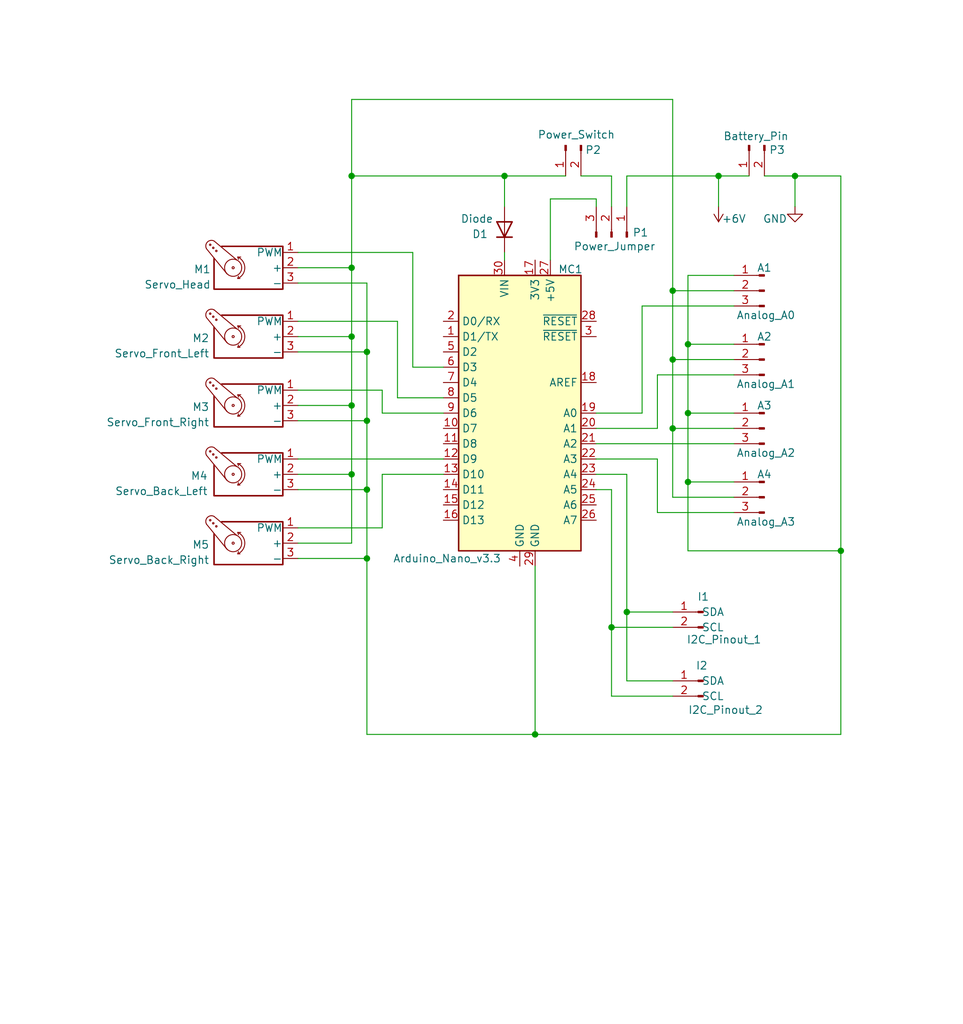
<source format=kicad_sch>
(kicad_sch (version 20231120) (generator "eeschema") (generator_version "8.0")
  (paper "User" 160 170)
  (title_block (title "Krabbler_2024") (date "2024-07-08") (rev "24.1") (company "HSMA - Autonome Mobile Roboter") (comment 1 "Maximilian Kühn"))
  (lib_symbols
    (symbol "Analog_Pinout_1" (pin_names (offset 1.016) hide)
      (property "Reference" "J2" (at 0 3.81 0))
      (property "Value" "Analog_A0" (at -0.254 -4.064 0))
      (symbol "Analog_Pinout_1_1_1"
        (polyline (pts (xy 1.27 -2.54) (xy 0.8636 -2.54)) (stroke (width 0.1524)))
        (polyline (pts (xy 1.27 0) (xy 0.8636 0)) (stroke (width 0.1524)))
        (polyline (pts (xy 1.27 2.54) (xy 0.8636 2.54)) (stroke (width 0.1524)))
        (rectangle (start 0.8636 -2.413) (end 0 -2.667) (stroke (width 0.1524)) (fill (type outline)))
        (rectangle (start 0.8636 0.127) (end 0 -0.127) (stroke (width 0.1524)) (fill (type outline)))
        (rectangle (start 0.8636 2.667) (end 0 2.413) (stroke (width 0.1524)) (fill (type outline)))
        (pin passive line (at 5.08 2.54 180) (length 3.81) (name "-") (number "1"))
        (pin passive line (at 5.08 0 180) (length 3.81) (name "+") (number "2"))
        (pin passive line (at 5.08 -2.54 180) (length 3.81) (name "data") (number "3"))
      )
    )
    (symbol "Connector:Conn_01x02_Pin" (pin_names (offset 1.016) hide)
      (property "Reference" "J" (at 0 2.54 0))
      (property "Value" "Conn_01x02_Pin" (at 0 -5.08 0))
      (symbol "Conn_01x02_Pin_1_1"
        (polyline (pts (xy 1.27 -2.54) (xy 0.8636 -2.54)) (stroke (width 0.1524)))
        (polyline (pts (xy 1.27 0) (xy 0.8636 0)) (stroke (width 0.1524)))
        (rectangle (start 0.8636 -2.413) (end 0 -2.667) (stroke (width 0.1524)) (fill (type outline)))
        (rectangle (start 0.8636 0.127) (end 0 -0.127) (stroke (width 0.1524)) (fill (type outline)))
        (pin passive line (at 5.08 0 180) (length 3.81) (name "Pin_1") (number "1"))
        (pin passive line (at 5.08 -2.54 180) (length 3.81) (name "Pin_2") (number "2"))
      )
    )
    (symbol "Device:D" (pin_numbers hide) (pin_names (offset 1.016) hide)
      (property "Reference" "D" (at 0 2.54 0))
      (property "Value" "D" (at 0 -2.54 0))
      (symbol "D_0_1"
        (polyline (pts (xy -1.27 1.27) (xy -1.27 -1.27)) (stroke (width 0.254)))
        (polyline (pts (xy 1.27 0) (xy -1.27 0)))
        (polyline (pts (xy 1.27 1.27) (xy 1.27 -1.27) (xy -1.27 0) (xy 1.27 1.27)) (stroke (width 0.254)))
      )
      (symbol "D_1_1"
        (pin passive line (at -3.81 0 0) (length 2.54) (name "K") (number "1"))
        (pin passive line (at 3.81 0 180) (length 2.54) (name "A") (number "2"))
      )
    )
    (symbol "MCU_Module:Arduino_Nano_v3.x"
      (property "Reference" "A" (at -10.16 23.495 0))
      (property "Value" "Arduino_Nano_v3.x" (at 5.08 -24.13 0))
      (symbol "Arduino_Nano_v3.x_0_1"
        (rectangle (start -10.16 22.86) (end 10.16 -22.86) (stroke (width 0.254)) (fill (type background)))
      )
      (symbol "Arduino_Nano_v3.x_1_1"
        (pin bidirectional line (at -12.7 12.7 0) (length 2.54) (name "D1/TX") (number "1"))
        (pin bidirectional line (at -12.7 -2.54 0) (length 2.54) (name "D7") (number "10"))
        (pin bidirectional line (at -12.7 -5.08 0) (length 2.54) (name "D8") (number "11"))
        (pin bidirectional line (at -12.7 -7.62 0) (length 2.54) (name "D9") (number "12"))
        (pin bidirectional line (at -12.7 -10.16 0) (length 2.54) (name "D10") (number "13"))
        (pin bidirectional line (at -12.7 -12.7 0) (length 2.54) (name "D11") (number "14"))
        (pin bidirectional line (at -12.7 -15.24 0) (length 2.54) (name "D12") (number "15"))
        (pin bidirectional line (at -12.7 -17.78 0) (length 2.54) (name "D13") (number "16"))
        (pin power_out line (at 2.54 25.4 270) (length 2.54) (name "3V3") (number "17"))
        (pin input line (at 12.7 5.08 180) (length 2.54) (name "AREF") (number "18"))
        (pin bidirectional line (at 12.7 0 180) (length 2.54) (name "A0") (number "19"))
        (pin bidirectional line (at -12.7 15.24 0) (length 2.54) (name "D0/RX") (number "2"))
        (pin bidirectional line (at 12.7 -2.54 180) (length 2.54) (name "A1") (number "20"))
        (pin bidirectional line (at 12.7 -5.08 180) (length 2.54) (name "A2") (number "21"))
        (pin bidirectional line (at 12.7 -7.62 180) (length 2.54) (name "A3") (number "22"))
        (pin bidirectional line (at 12.7 -10.16 180) (length 2.54) (name "A4") (number "23"))
        (pin bidirectional line (at 12.7 -12.7 180) (length 2.54) (name "A5") (number "24"))
        (pin bidirectional line (at 12.7 -15.24 180) (length 2.54) (name "A6") (number "25"))
        (pin bidirectional line (at 12.7 -17.78 180) (length 2.54) (name "A7") (number "26"))
        (pin power_out line (at 5.08 25.4 270) (length 2.54) (name "+5V") (number "27"))
        (pin input line (at 12.7 15.24 180) (length 2.54) (name "~{RESET}") (number "28"))
        (pin power_in line (at 2.54 -25.4 90) (length 2.54) (name "GND") (number "29"))
        (pin input line (at 12.7 12.7 180) (length 2.54) (name "~{RESET}") (number "3"))
        (pin power_in line (at -2.54 25.4 270) (length 2.54) (name "VIN") (number "30"))
        (pin power_in line (at 0 -25.4 90) (length 2.54) (name "GND") (number "4"))
        (pin bidirectional line (at -12.7 10.16 0) (length 2.54) (name "D2") (number "5"))
        (pin bidirectional line (at -12.7 7.62 0) (length 2.54) (name "D3") (number "6"))
        (pin bidirectional line (at -12.7 5.08 0) (length 2.54) (name "D4") (number "7"))
        (pin bidirectional line (at -12.7 2.54 0) (length 2.54) (name "D5") (number "8"))
        (pin bidirectional line (at -12.7 0 0) (length 2.54) (name "D6") (number "9"))
      )
    )
    (symbol "Motor:Motor_Servo" (pin_names (offset 0.0254))
      (property "Reference" "M" (at -5.08 4.445 0))
      (property "Value" "Motor_Servo" (at -5.08 -4.064 0))
      (symbol "Motor_Servo_0_1"
        (polyline (pts (xy 2.413 -1.778) (xy 2.032 -1.778)))
        (polyline (pts (xy 2.413 -1.778) (xy 2.286 -1.397)))
        (polyline (pts (xy 2.413 1.778) (xy 1.905 1.778)))
        (polyline (pts (xy 2.413 1.778) (xy 2.286 1.397)))
        (polyline (pts (xy 6.35 4.445) (xy 2.54 1.27)))
        (polyline (pts (xy 7.62 3.175) (xy 4.191 -1.016)))
        (polyline (pts (xy 5.08 3.556) (xy -5.08 3.556) (xy -5.08 -3.556) (xy 6.35 -3.556) (xy 6.35 1.524)) (stroke (width 0.254)))
        (arc (start 2.413 1.778) (mid 1.2406 0) (end 2.413 -1.778))
        (circle (center 3.175 0) (radius 0.1778))
        (circle (center 3.175 0) (radius 1.4224))
        (circle (center 5.969 2.794) (radius 0.127))
        (circle (center 6.477 3.302) (radius 0.127))
        (circle (center 6.985 3.81) (radius 0.127))
        (arc (start 7.62 3.175) (mid 7.4485 4.2735) (end 6.35 4.445))
      )
      (symbol "Motor_Servo_1_1"
        (pin passive line (at -7.62 2.54 0) (length 2.54) (name "PWM") (number "1"))
        (pin passive line (at -7.62 0 0) (length 2.54) (name "+") (number "2"))
        (pin passive line (at -7.62 -2.54 0) (length 2.54) (name "-") (number "3"))
      )
    )
    (symbol "_custom:I2C_Pinout" (pin_names (offset 1.016))
      (property "Reference" "J" (at 0 2.54 0))
      (property "Value" "I2C_Pinout" (at 0 -5.08 0))
      (symbol "I2C_Pinout_1_1"
        (polyline (pts (xy 1.27 -2.54) (xy 0.8636 -2.54)) (stroke (width 0.1524)))
        (polyline (pts (xy 1.27 0) (xy 0.8636 0)) (stroke (width 0.1524)))
        (rectangle (start 0.8636 -2.413) (end 0 -2.667) (stroke (width 0.1524)) (fill (type outline)))
        (rectangle (start 0.8636 0.127) (end 0 -0.127) (stroke (width 0.1524)) (fill (type outline)))
        (pin passive line (at 5.08 0 180) (length 3.81) (name "SDA") (number "1"))
        (pin passive line (at 5.08 -2.54 180) (length 3.81) (name "SCL") (number "2"))
      )
    )
    (symbol "power:+6V" (power) (pin_numbers hide) (pin_names (offset 0) hide)
      (property "Value" "+6V" (at 0 3.556 0))
      (symbol "+6V_0_1"
        (polyline (pts (xy -0.762 1.27) (xy 0 2.54)))
        (polyline (pts (xy 0 0) (xy 0 2.54)))
        (polyline (pts (xy 0 2.54) (xy 0.762 1.27)))
      )
      (symbol "+6V_1_1"
        (pin power_in line (at 0 0 90) (length 0) (name "~") (number "1"))
      )
    )
    (symbol "power:GND" (power) (pin_numbers hide) (pin_names (offset 0) hide)
      (property "Value" "GND" (at 0 -3.81 0))
      (symbol "GND_0_1"
        (polyline (pts (xy 0 0) (xy 0 -1.27) (xy 1.27 -1.27) (xy 0 -2.54) (xy -1.27 -1.27) (xy 0 -1.27)))
      )
      (symbol "GND_1_1"
        (pin power_in line (at 0 0 270) (length 0) (name "~") (number "1"))
      )
    )
  )
  (junction (at 139.7 91.44))
  (junction (at 111.76 71.12))
  (junction (at 88.9 121.92))
  (junction (at 114.3 57.15))
  (junction (at 60.96 69.85))
  (junction (at 58.42 67.31))
  (junction (at 58.42 44.45))
  (junction (at 101.6 104.14))
  (junction (at 119.38 29.21))
  (junction (at 58.42 78.74))
  (junction (at 111.76 48.26))
  (junction (at 132.08 29.21))
  (junction (at 114.3 80.01))
  (junction (at 58.42 29.21))
  (junction (at 114.3 68.58))
  (junction (at 104.14 101.6))
  (junction (at 60.96 92.71))
  (junction (at 111.76 59.69))
  (junction (at 83.82 29.21))
  (junction (at 58.42 55.88))
  (junction (at 60.96 58.42))
  (junction (at 60.96 81.28))
  (wire (pts (xy 114.3 57.15) (xy 114.3 68.58)))
  (wire (pts (xy 114.3 45.72) (xy 114.3 57.15)))
  (wire (pts (xy 109.22 62.23) (xy 121.92 62.23)))
  (wire (pts (xy 58.42 44.45) (xy 58.42 55.88)))
  (wire (pts (xy 111.76 71.12) (xy 111.76 82.55)))
  (wire (pts (xy 101.6 29.21) (xy 101.6 34.29)))
  (wire (pts (xy 121.92 57.15) (xy 114.3 57.15)))
  (wire (pts (xy 49.53 44.45) (xy 58.42 44.45)))
  (wire (pts (xy 109.22 76.2) (xy 109.22 85.09)))
  (wire (pts (xy 83.82 41.91) (xy 83.82 43.18)))
  (wire (pts (xy 121.92 71.12) (xy 111.76 71.12)))
  (wire (pts (xy 139.7 29.21) (xy 139.7 91.44)))
  (wire (pts (xy 127 29.21) (xy 132.08 29.21)))
  (wire (pts (xy 58.42 67.31) (xy 58.42 78.74)))
  (wire (pts (xy 111.76 16.51) (xy 111.76 48.26)))
  (wire (pts (xy 49.53 92.71) (xy 60.96 92.71)))
  (wire (pts (xy 91.44 33.02) (xy 91.44 43.18)))
  (wire (pts (xy 60.96 92.71) (xy 60.96 121.92)))
  (wire (pts (xy 58.42 78.74) (xy 58.42 90.17)))
  (wire (pts (xy 121.92 80.01) (xy 114.3 80.01)))
  (wire (pts (xy 60.96 121.92) (xy 88.9 121.92)))
  (wire (pts (xy 58.42 16.51) (xy 111.76 16.51)))
  (wire (pts (xy 121.92 85.09) (xy 109.22 85.09)))
  (wire (pts (xy 83.82 29.21) (xy 83.82 34.29)))
  (wire (pts (xy 49.53 90.17) (xy 58.42 90.17)))
  (wire (pts (xy 114.3 91.44) (xy 139.7 91.44)))
  (wire (pts (xy 49.53 64.77) (xy 63.5 64.77)))
  (wire (pts (xy 66.04 53.34) (xy 66.04 66.04)))
  (wire (pts (xy 104.14 78.74) (xy 104.14 101.6)))
  (wire (pts (xy 49.53 55.88) (xy 58.42 55.88)))
  (wire (pts (xy 132.08 29.21) (xy 139.7 29.21)))
  (wire (pts (xy 49.53 87.63) (xy 63.5 87.63)))
  (wire (pts (xy 106.68 68.58) (xy 99.06 68.58)))
  (wire (pts (xy 119.38 29.21) (xy 119.38 34.29)))
  (wire (pts (xy 68.58 60.96) (xy 73.66 60.96)))
  (wire (pts (xy 60.96 58.42) (xy 60.96 69.85)))
  (wire (pts (xy 49.53 53.34) (xy 66.04 53.34)))
  (wire (pts (xy 88.9 121.92) (xy 139.7 121.92)))
  (wire (pts (xy 121.92 82.55) (xy 111.76 82.55)))
  (wire (pts (xy 63.5 87.63) (xy 63.5 78.74)))
  (wire (pts (xy 49.53 78.74) (xy 58.42 78.74)))
  (wire (pts (xy 104.14 101.6) (xy 111.76 101.6)))
  (wire (pts (xy 63.5 68.58) (xy 73.66 68.58)))
  (wire (pts (xy 111.76 115.57) (xy 101.6 115.57)))
  (wire (pts (xy 60.96 81.28) (xy 60.96 92.71)))
  (wire (pts (xy 63.5 78.74) (xy 73.66 78.74)))
  (wire (pts (xy 101.6 104.14) (xy 101.6 115.57)))
  (wire (pts (xy 49.53 69.85) (xy 60.96 69.85)))
  (wire (pts (xy 58.42 55.88) (xy 58.42 67.31)))
  (wire (pts (xy 121.92 68.58) (xy 114.3 68.58)))
  (wire (pts (xy 60.96 46.99) (xy 60.96 58.42)))
  (wire (pts (xy 101.6 81.28) (xy 101.6 104.14)))
  (wire (pts (xy 49.53 67.31) (xy 58.42 67.31)))
  (wire (pts (xy 101.6 104.14) (xy 111.76 104.14)))
  (wire (pts (xy 58.42 16.51) (xy 58.42 29.21)))
  (wire (pts (xy 104.14 29.21) (xy 119.38 29.21)))
  (wire (pts (xy 101.6 81.28) (xy 99.06 81.28)))
  (wire (pts (xy 66.04 66.04) (xy 73.66 66.04)))
  (wire (pts (xy 99.06 71.12) (xy 109.22 71.12)))
  (wire (pts (xy 111.76 59.69) (xy 111.76 71.12)))
  (wire (pts (xy 114.3 80.01) (xy 114.3 91.44)))
  (wire (pts (xy 111.76 113.03) (xy 104.14 113.03)))
  (wire (pts (xy 88.9 93.98) (xy 88.9 121.92)))
  (wire (pts (xy 111.76 48.26) (xy 111.76 59.69)))
  (wire (pts (xy 132.08 29.21) (xy 132.08 34.29)))
  (wire (pts (xy 121.92 59.69) (xy 111.76 59.69)))
  (wire (pts (xy 104.14 29.21) (xy 104.14 34.29)))
  (wire (pts (xy 96.52 29.21) (xy 101.6 29.21)))
  (wire (pts (xy 68.58 41.91) (xy 68.58 60.96)))
  (wire (pts (xy 121.92 48.26) (xy 111.76 48.26)))
  (wire (pts (xy 83.82 29.21) (xy 93.98 29.21)))
  (wire (pts (xy 99.06 73.66) (xy 121.92 73.66)))
  (wire (pts (xy 119.38 29.21) (xy 124.46 29.21)))
  (wire (pts (xy 91.44 33.02) (xy 99.06 33.02)))
  (wire (pts (xy 49.53 76.2) (xy 73.66 76.2)))
  (wire (pts (xy 106.68 50.8) (xy 121.92 50.8)))
  (wire (pts (xy 58.42 29.21) (xy 83.82 29.21)))
  (wire (pts (xy 104.14 101.6) (xy 104.14 113.03)))
  (wire (pts (xy 63.5 64.77) (xy 63.5 68.58)))
  (wire (pts (xy 49.53 81.28) (xy 60.96 81.28)))
  (wire (pts (xy 99.06 76.2) (xy 109.22 76.2)))
  (wire (pts (xy 49.53 41.91) (xy 68.58 41.91)))
  (wire (pts (xy 60.96 69.85) (xy 60.96 81.28)))
  (wire (pts (xy 109.22 62.23) (xy 109.22 71.12)))
  (wire (pts (xy 49.53 46.99) (xy 60.96 46.99)))
  (wire (pts (xy 114.3 68.58) (xy 114.3 80.01)))
  (wire (pts (xy 99.06 78.74) (xy 104.14 78.74)))
  (wire (pts (xy 139.7 91.44) (xy 139.7 121.92)))
  (wire (pts (xy 49.53 58.42) (xy 60.96 58.42)))
  (wire (pts (xy 106.68 68.58) (xy 106.68 50.8)))
  (wire (pts (xy 99.06 33.02) (xy 99.06 34.29)))
  (wire (pts (xy 58.42 29.21) (xy 58.42 44.45)))
  (wire (pts (xy 121.92 45.72) (xy 114.3 45.72)))
  (symbol (lib_name "Analog_Pinout_1") (lib_id "_custom:Analog_Pinout") (at 127 71.12 0) (mirror y) (unit 1)
    (property "Reference" "A3" (at 127 67.31 0))
    (property "Value" "Analog_A2" (at 127.254 75.184 0))
    (property "Footprint" "Connector_PinHeader_2.54mm:PinHeader_1x03_P2.54mm_Vertical" (effects (hide yes)))
    (property "Description" "Generic connector, single row, 01x03, script generated" (effects (hide yes)))
  )
  (symbol (lib_id "Motor:Motor_Servo") (at 41.91 55.88 0) (mirror y) (unit 1)
    (property "Reference" "M2" (at 34.798 56.134 0) (effects (justify left)))
    (property "Value" "Servo_Front_Left" (at 34.798 58.674 0) (effects (justify left)))
    (property "Footprint" "Connector_PinHeader_2.54mm:PinHeader_1x03_P2.54mm_Vertical" (effects (hide yes)))
    (property "Datasheet" "http://forums.parallax.com/uploads/attachments/46831/74481.png" (effects (hide yes)))
    (property "Description" "Servo Motor (Futaba, HiTec, JR connector)" (effects (hide yes)))
  )
  (symbol (lib_id "Motor:Motor_Servo") (at 41.91 90.17 0) (mirror y) (unit 1)
    (property "Reference" "M5" (at 34.798 90.424 0) (effects (justify left)))
    (property "Value" "Servo_Back_Right" (at 34.798 92.964 0) (effects (justify left)))
    (property "Footprint" "Connector_PinHeader_2.54mm:PinHeader_1x03_P2.54mm_Vertical" (effects (hide yes)))
    (property "Datasheet" "http://forums.parallax.com/uploads/attachments/46831/74481.png" (effects (hide yes)))
    (property "Description" "Servo Motor (Futaba, HiTec, JR connector)" (effects (hide yes)))
  )
  (symbol (lib_name "Analog_Pinout_1") (lib_id "_custom:Analog_Pinout") (at 101.6 39.37 270) (mirror x) (unit 1)
    (property "Reference" "P1" (at 106.426 38.608 90))
    (property "Value" "Power_Jumper" (at 102.108 40.894 90))
    (property "Footprint" "Connector_PinHeader_2.54mm:PinHeader_1x03_P2.54mm_Vertical" (effects (hide yes)))
    (property "Description" "Generic connector, single row, 01x03, script generated" (effects (hide yes)))
  )
  (symbol (lib_id "Motor:Motor_Servo") (at 41.91 67.31 0) (mirror y) (unit 1)
    (property "Reference" "M3" (at 34.798 67.564 0) (effects (justify left)))
    (property "Value" "Servo_Front_Right" (at 34.798 70.104 0) (effects (justify left)))
    (property "Footprint" "Connector_PinHeader_2.54mm:PinHeader_1x03_P2.54mm_Vertical" (effects (hide yes)))
    (property "Datasheet" "http://forums.parallax.com/uploads/attachments/46831/74481.png" (effects (hide yes)))
    (property "Description" "Servo Motor (Futaba, HiTec, JR connector)" (effects (hide yes)))
  )
  (symbol (lib_id "Device:D") (at 83.82 38.1 90) (unit 1)
    (property "Reference" "D1" (at 79.756 38.862 90))
    (property "Value" "Diode" (at 79.248 36.322 90))
    (property "Footprint" "Diode_THT:D_DO-41_SOD81_P10.16mm_Horizontal" (effects (hide yes)))
    (property "Description" "Diode" (effects (hide yes)))
    (property "Sim.Device" "D" (effects (hide yes)))
    (property "Sim.Pins" "1=K 2=A" (effects (hide yes)))
  )
  (symbol (lib_id "Connector:Conn_01x02_Pin") (at 93.98 24.13 90) (mirror x) (unit 1)
    (property "Reference" "P2" (at 98.552 24.892 90))
    (property "Value" "Power_Switch" (at 95.758 22.352 90))
    (property "Footprint" "Connector_Wire:SolderWire-0.25sqmm_1x02_P4.2mm_D0.65mm_OD1.7mm" (effects (hide yes)))
    (property "Description" "I2C Pinout" (effects (hide yes)))
  )
  (symbol (lib_id "power:GND") (at 132.08 34.29 0) (unit 1)
    (property "Reference" "#PWR02" (effects (hide yes)))
    (property "Value" "GND" (at 130.81 36.322 0) (effects (justify right)))
    (property "Description" "Power symbol creates a global label with name \"GND\" , ground" (effects (hide yes)))
  )
  (symbol (lib_id "Motor:Motor_Servo") (at 41.91 78.74 0) (mirror y) (unit 1)
    (property "Reference" "M4" (at 34.544 78.994 0) (effects (justify left)))
    (property "Value" "Servo_Back_Left" (at 34.544 81.534 0) (effects (justify left)))
    (property "Footprint" "Connector_PinHeader_2.54mm:PinHeader_1x03_P2.54mm_Vertical" (effects (hide yes)))
    (property "Datasheet" "http://forums.parallax.com/uploads/attachments/46831/74481.png" (effects (hide yes)))
    (property "Description" "Servo Motor (Futaba, HiTec, JR connector)" (effects (hide yes)))
  )
  (symbol (lib_name "Analog_Pinout_1") (lib_id "_custom:Analog_Pinout") (at 127 82.55 0) (mirror y) (unit 1)
    (property "Reference" "A4" (at 127 78.74 0))
    (property "Value" "Analog_A3" (at 127.254 86.614 0))
    (property "Footprint" "Connector_PinHeader_2.54mm:PinHeader_1x03_P2.54mm_Vertical" (effects (hide yes)))
    (property "Description" "Generic connector, single row, 01x03, script generated" (effects (hide yes)))
  )
  (symbol (lib_id "Connector:Conn_01x02_Pin") (at 124.46 24.13 90) (mirror x) (unit 1)
    (property "Reference" "P3" (at 127.762 24.892 90) (effects (justify right)))
    (property "Value" "Battery_Pin" (at 120.142 22.606 90) (effects (justify right)))
    (property "Footprint" "Connector_PinHeader_2.54mm:PinHeader_1x02_P2.54mm_Vertical" (effects (hide yes)))
    (property "Description" "I2C Pinout" (effects (hide yes)))
  )
  (symbol (lib_id "power:+6V") (at 119.38 34.29 0) (mirror x) (unit 1)
    (property "Reference" "#PWR01" (effects (hide yes)))
    (property "Value" "+6V" (at 119.888 36.322 0) (effects (justify left)))
    (property "Description" "Power symbol creates a global label with name \"+6V\"" (effects (hide yes)))
  )
  (symbol (lib_id "_custom:I2C_Pinout") (at 116.84 113.03 0) (mirror y) (unit 1)
    (property "Reference" "I2" (at 115.57 110.49 0) (effects (justify right)))
    (property "Value" "I2C_Pinout_2" (at 114.3 117.856 0) (effects (justify right)))
    (property "Footprint" "Connector_PinHeader_2.54mm:PinHeader_1x02_P2.54mm_Vertical" (effects (hide yes)))
    (property "Description" "I2C Pinout" (effects (hide yes)))
  )
  (symbol (lib_id "MCU_Module:Arduino_Nano_v3.x") (at 86.36 68.58 0) (unit 1)
    (property "Reference" "MC1" (at 92.71 44.704 0) (effects (justify left)))
    (property "Value" "Arduino_Nano_v3.3" (at 65.278 92.71 0) (effects (justify left)))
    (property "Footprint" "Module:Arduino_Nano" (effects (hide yes)))
    (property "Datasheet" "http://www.mouser.com/pdfdocs/Gravitech_Arduino_Nano3_0.pdf" (effects (hide yes)))
    (property "Description" "Arduino Nano v3.x" (effects (hide yes)))
  )
  (symbol (lib_name "Analog_Pinout_1") (lib_id "_custom:Analog_Pinout") (at 127 59.69 0) (mirror y) (unit 1)
    (property "Reference" "A2" (at 127 55.88 0))
    (property "Value" "Analog_A1" (at 127.254 63.754 0))
    (property "Footprint" "Connector_PinHeader_2.54mm:PinHeader_1x03_P2.54mm_Vertical" (effects (hide yes)))
    (property "Description" "Generic connector, single row, 01x03, script generated" (effects (hide yes)))
  )
  (symbol (lib_id "Motor:Motor_Servo") (at 41.91 44.45 0) (mirror y) (unit 1)
    (property "Reference" "M1" (at 35.052 44.704 0) (effects (justify left)))
    (property "Value" "Servo_Head" (at 35.052 47.244 0) (effects (justify left)))
    (property "Footprint" "Connector_PinHeader_2.54mm:PinHeader_1x03_P2.54mm_Vertical" (effects (hide yes)))
    (property "Datasheet" "http://forums.parallax.com/uploads/attachments/46831/74481.png" (effects (hide yes)))
    (property "Description" "Servo Motor (Futaba, HiTec, JR connector)" (effects (hide yes)))
  )
  (symbol (lib_name "Analog_Pinout_1") (lib_id "_custom:Analog_Pinout") (at 127 48.26 0) (mirror y) (unit 1)
    (property "Reference" "A1" (at 127 44.45 0))
    (property "Value" "Analog_A0" (at 127.254 52.324 0))
    (property "Footprint" "Connector_PinHeader_2.54mm:PinHeader_1x03_P2.54mm_Vertical" (effects (hide yes)))
    (property "Description" "Generic connector, single row, 01x03, script generated" (effects (hide yes)))
  )
  (symbol (lib_id "_custom:I2C_Pinout") (at 116.84 101.6 0) (mirror y) (unit 1)
    (property "Reference" "I1" (at 115.824 99.06 0) (effects (justify right)))
    (property "Value" "I2C_Pinout_1" (at 114.046 106.172 0) (effects (justify right)))
    (property "Footprint" "Connector_PinHeader_2.54mm:PinHeader_1x02_P2.54mm_Vertical" (effects (hide yes)))
    (property "Description" "I2C Pinout" (effects (hide yes)))
  )
)
</source>
